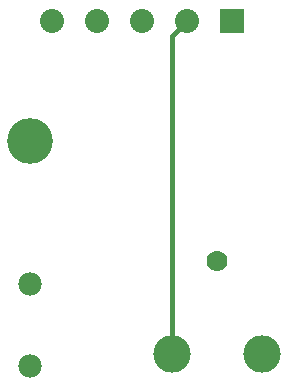
<source format=gbr>
G04 start of page 3 for group 5 idx 5 *
G04 Title: (unknown), bottom *
G04 Creator: pcb 4.2.2 *
G04 CreationDate: Mon Nov  6 18:02:03 2023 UTC *
G04 For: thomasc *
G04 Format: Gerber/RS-274X *
G04 PCB-Dimensions (mil): 1125.00 1500.00 *
G04 PCB-Coordinate-Origin: lower left *
%MOIN*%
%FSLAX25Y25*%
%LNBOTTOM*%
%ADD28C,0.0420*%
%ADD27C,0.0520*%
%ADD26C,0.1520*%
%ADD25C,0.1250*%
%ADD24C,0.0700*%
%ADD23C,0.0780*%
%ADD22C,0.0001*%
%ADD21C,0.0800*%
%ADD20C,0.0150*%
G54D20*X67500Y16500D02*Y122500D01*
X72500Y127500D01*
G54D21*X57500D03*
X72500D03*
G54D22*G36*
X83500Y131500D02*Y123500D01*
X91500D01*
Y131500D01*
X83500D01*
G37*
G54D21*X42500Y127500D03*
X27500D03*
G54D23*X20000Y12500D03*
Y40000D03*
G54D24*X82500Y47500D03*
G54D25*X97500Y16500D03*
X67500D03*
G54D26*X20000Y87500D03*
G54D27*G54D23*G54D28*G54D23*M02*

</source>
